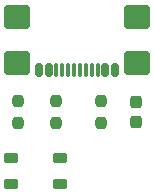
<source format=gbr>
%TF.GenerationSoftware,KiCad,Pcbnew,9.0.6-1.fc43*%
%TF.CreationDate,2025-12-11T01:18:59+10:30*%
%TF.ProjectId,fastboot_breakout,66617374-626f-46f7-945f-627265616b6f,1.1*%
%TF.SameCoordinates,Original*%
%TF.FileFunction,Paste,Top*%
%TF.FilePolarity,Positive*%
%FSLAX46Y46*%
G04 Gerber Fmt 4.6, Leading zero omitted, Abs format (unit mm)*
G04 Created by KiCad (PCBNEW 9.0.6-1.fc43) date 2025-12-11 01:18:59*
%MOMM*%
%LPD*%
G01*
G04 APERTURE LIST*
G04 Aperture macros list*
%AMRoundRect*
0 Rectangle with rounded corners*
0 $1 Rounding radius*
0 $2 $3 $4 $5 $6 $7 $8 $9 X,Y pos of 4 corners*
0 Add a 4 corners polygon primitive as box body*
4,1,4,$2,$3,$4,$5,$6,$7,$8,$9,$2,$3,0*
0 Add four circle primitives for the rounded corners*
1,1,$1+$1,$2,$3*
1,1,$1+$1,$4,$5*
1,1,$1+$1,$6,$7*
1,1,$1+$1,$8,$9*
0 Add four rect primitives between the rounded corners*
20,1,$1+$1,$2,$3,$4,$5,0*
20,1,$1+$1,$4,$5,$6,$7,0*
20,1,$1+$1,$6,$7,$8,$9,0*
20,1,$1+$1,$8,$9,$2,$3,0*%
G04 Aperture macros list end*
%ADD10RoundRect,0.237500X-0.237500X0.250000X-0.237500X-0.250000X0.237500X-0.250000X0.237500X0.250000X0*%
%ADD11RoundRect,0.237500X-0.237500X0.300000X-0.237500X-0.300000X0.237500X-0.300000X0.237500X0.300000X0*%
%ADD12RoundRect,0.150000X0.150000X0.425000X-0.150000X0.425000X-0.150000X-0.425000X0.150000X-0.425000X0*%
%ADD13RoundRect,0.075000X0.075000X0.500000X-0.075000X0.500000X-0.075000X-0.500000X0.075000X-0.500000X0*%
%ADD14RoundRect,0.250000X0.840000X0.750000X-0.840000X0.750000X-0.840000X-0.750000X0.840000X-0.750000X0*%
%ADD15RoundRect,0.120000X-0.480000X-0.280000X0.480000X-0.280000X0.480000X0.280000X-0.480000X0.280000X0*%
G04 APERTURE END LIST*
D10*
%TO.C,R4*%
X147592857Y-95058500D03*
X147592857Y-96883500D03*
%TD*%
D11*
%TO.C,C1*%
X150592857Y-95108500D03*
X150592857Y-96833500D03*
%TD*%
D10*
%TO.C,R3*%
X140592857Y-95058500D03*
X140592857Y-96883500D03*
%TD*%
D12*
%TO.C,J4*%
X148792857Y-92401000D03*
X147992857Y-92401000D03*
D13*
X146842857Y-92401000D03*
X145842857Y-92401000D03*
X145342857Y-92401000D03*
X144342857Y-92401000D03*
D12*
X143192857Y-92401000D03*
X142392857Y-92401000D03*
X142392857Y-92401000D03*
X143192857Y-92401000D03*
D13*
X143842857Y-92401000D03*
X144842857Y-92401000D03*
X146342857Y-92401000D03*
X147342857Y-92401000D03*
D12*
X147992857Y-92401000D03*
X148792857Y-92401000D03*
D14*
X150702857Y-91826000D03*
X150702857Y-87896000D03*
X140482857Y-91826000D03*
X140482857Y-87896000D03*
%TD*%
D10*
%TO.C,R2*%
X143842857Y-95058500D03*
X143842857Y-96883500D03*
%TD*%
D15*
%TO.C,SW1*%
X140017857Y-99896000D03*
X144167857Y-99896000D03*
X140017857Y-102046000D03*
X144167857Y-102046000D03*
%TD*%
M02*

</source>
